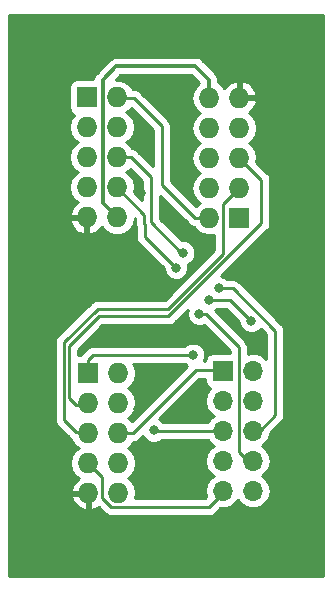
<source format=gtl>
G04 #@! TF.GenerationSoftware,KiCad,Pcbnew,5.0.2-bee76a0~70~ubuntu18.04.1*
G04 #@! TF.CreationDate,2019-12-09T23:25:50+09:00*
G04 #@! TF.ProjectId,LCD_adapter,4c43445f-6164-4617-9074-65722e6b6963,rev?*
G04 #@! TF.SameCoordinates,Original*
G04 #@! TF.FileFunction,Copper,L1,Top*
G04 #@! TF.FilePolarity,Positive*
%FSLAX46Y46*%
G04 Gerber Fmt 4.6, Leading zero omitted, Abs format (unit mm)*
G04 Created by KiCad (PCBNEW 5.0.2-bee76a0~70~ubuntu18.04.1) date Mon 09 Dec 2019 11:25:50 PM JST*
%MOMM*%
%LPD*%
G01*
G04 APERTURE LIST*
G04 #@! TA.AperFunction,ComponentPad*
%ADD10R,1.727200X1.727200*%
G04 #@! TD*
G04 #@! TA.AperFunction,ComponentPad*
%ADD11O,1.727200X1.727200*%
G04 #@! TD*
G04 #@! TA.AperFunction,ComponentPad*
%ADD12R,1.700000X1.700000*%
G04 #@! TD*
G04 #@! TA.AperFunction,ComponentPad*
%ADD13O,1.700000X1.700000*%
G04 #@! TD*
G04 #@! TA.AperFunction,ViaPad*
%ADD14C,0.800000*%
G04 #@! TD*
G04 #@! TA.AperFunction,Conductor*
%ADD15C,0.300000*%
G04 #@! TD*
G04 #@! TA.AperFunction,Conductor*
%ADD16C,0.250000*%
G04 #@! TD*
G04 #@! TA.AperFunction,Conductor*
%ADD17C,0.254000*%
G04 #@! TD*
G04 APERTURE END LIST*
D10*
G04 #@! TO.P,J2,1*
G04 #@! TO.N,BEEPER*
X89300000Y-88700000D03*
D11*
G04 #@! TO.P,J2,2*
G04 #@! TO.N,BTN_ENC*
X91840000Y-88700000D03*
G04 #@! TO.P,J2,3*
G04 #@! TO.N,LCD_EN*
X89300000Y-91240000D03*
G04 #@! TO.P,J2,4*
G04 #@! TO.N,LCD_RS*
X91840000Y-91240000D03*
G04 #@! TO.P,J2,5*
G04 #@! TO.N,LCD_D4*
X89300000Y-93780000D03*
G04 #@! TO.P,J2,6*
G04 #@! TO.N,LCD_D5*
X91840000Y-93780000D03*
G04 #@! TO.P,J2,7*
G04 #@! TO.N,LCD_D6*
X89300000Y-96320000D03*
G04 #@! TO.P,J2,8*
G04 #@! TO.N,LCD_D7*
X91840000Y-96320000D03*
G04 #@! TO.P,J2,9*
G04 #@! TO.N,GND*
X89300000Y-98860000D03*
G04 #@! TO.P,J2,10*
G04 #@! TO.N,+5V*
X91840000Y-98860000D03*
G04 #@! TD*
G04 #@! TO.P,J3,10*
G04 #@! TO.N,KILL*
X91940000Y-122210000D03*
G04 #@! TO.P,J3,9*
G04 #@! TO.N,GND*
X89400000Y-122210000D03*
G04 #@! TO.P,J3,8*
G04 #@! TO.N,EN*
X91940000Y-119670000D03*
G04 #@! TO.P,J3,7*
G04 #@! TO.N,SD_DET*
X89400000Y-119670000D03*
G04 #@! TO.P,J3,6*
G04 #@! TO.N,MOSI*
X91940000Y-117130000D03*
G04 #@! TO.P,J3,5*
G04 #@! TO.N,BTN_EN1*
X89400000Y-117130000D03*
G04 #@! TO.P,J3,4*
G04 #@! TO.N,SS*
X91940000Y-114590000D03*
G04 #@! TO.P,J3,3*
G04 #@! TO.N,BTN_EN2*
X89400000Y-114590000D03*
G04 #@! TO.P,J3,2*
G04 #@! TO.N,SCK*
X91940000Y-112050000D03*
D10*
G04 #@! TO.P,J3,1*
G04 #@! TO.N,MISO*
X89400000Y-112050000D03*
G04 #@! TD*
G04 #@! TO.P,J5,1*
G04 #@! TO.N,BEEPER*
X102200000Y-98900000D03*
D11*
G04 #@! TO.P,J5,2*
G04 #@! TO.N,BTN_ENC*
X99660000Y-98900000D03*
G04 #@! TO.P,J5,3*
G04 #@! TO.N,BTN_EN1*
X102200000Y-96360000D03*
G04 #@! TO.P,J5,4*
G04 #@! TO.N,EN*
X99660000Y-96360000D03*
G04 #@! TO.P,J5,5*
G04 #@! TO.N,BTN_EN2*
X102200000Y-93820000D03*
G04 #@! TO.P,J5,6*
G04 #@! TO.N,LCD_D4*
X99660000Y-93820000D03*
G04 #@! TO.P,J5,7*
G04 #@! TO.N,LCD_RS*
X102200000Y-91280000D03*
G04 #@! TO.P,J5,8*
G04 #@! TO.N,LCD_EN*
X99660000Y-91280000D03*
G04 #@! TO.P,J5,9*
G04 #@! TO.N,GND*
X102200000Y-88740000D03*
G04 #@! TO.P,J5,10*
G04 #@! TO.N,+5V*
X99660000Y-88740000D03*
G04 #@! TD*
D12*
G04 #@! TO.P,J6,1*
G04 #@! TO.N,MOSI*
X100800000Y-111850000D03*
D13*
G04 #@! TO.P,J6,2*
G04 #@! TO.N,N/C*
X103340000Y-111850000D03*
G04 #@! TO.P,J6,3*
G04 #@! TO.N,MISO*
X100800000Y-114390000D03*
G04 #@! TO.P,J6,4*
G04 #@! TO.N,KILL*
X103340000Y-114390000D03*
G04 #@! TO.P,J6,5*
G04 #@! TO.N,SCK*
X100800000Y-116930000D03*
G04 #@! TO.P,J6,6*
G04 #@! TO.N,LCD_D5*
X103340000Y-116930000D03*
G04 #@! TO.P,J6,7*
G04 #@! TO.N,SS*
X100800000Y-119470000D03*
G04 #@! TO.P,J6,8*
G04 #@! TO.N,LCD_D6*
X103340000Y-119470000D03*
G04 #@! TO.P,J6,9*
G04 #@! TO.N,SD_DET*
X100800000Y-122010000D03*
G04 #@! TO.P,J6,10*
G04 #@! TO.N,LCD_D7*
X103340000Y-122010000D03*
G04 #@! TD*
D14*
G04 #@! TO.N,GND*
X97550000Y-92650000D03*
X94300000Y-93100000D03*
X97550000Y-96300000D03*
X97600000Y-88150000D03*
X95150000Y-88200000D03*
X90700000Y-109100000D03*
X95900000Y-109050000D03*
X94250000Y-112100000D03*
X93650000Y-115100000D03*
X93600000Y-118250000D03*
X94800000Y-122200000D03*
X96350000Y-119750000D03*
X97450000Y-115450000D03*
X96050000Y-98750000D03*
X96400000Y-124850000D03*
X92450000Y-105550000D03*
X100850000Y-85750000D03*
X93850000Y-96800000D03*
X103050000Y-109450000D03*
G04 #@! TO.N,LCD_D5*
X97450000Y-101850000D03*
X100450000Y-104850000D03*
G04 #@! TO.N,LCD_D6*
X98800000Y-107050000D03*
G04 #@! TO.N,LCD_D7*
X96850000Y-103150000D03*
X99600000Y-105850000D03*
X103200000Y-107650000D03*
G04 #@! TO.N,SCK*
X94950000Y-116900000D03*
G04 #@! TO.N,MISO*
X98300000Y-110500000D03*
G04 #@! TD*
D15*
G04 #@! TO.N,+5V*
X99600000Y-87200000D02*
X99600000Y-88600000D01*
X98450000Y-86050000D02*
X99600000Y-87200000D01*
X90626399Y-87223601D02*
X91800000Y-86050000D01*
X91800000Y-86050000D02*
X98450000Y-86050000D01*
X90626399Y-97646399D02*
X90626399Y-87223601D01*
X91840000Y-98860000D02*
X90626399Y-97646399D01*
D16*
G04 #@! TO.N,GND*
X93650000Y-112700000D02*
X94250000Y-112100000D01*
X93650000Y-115100000D02*
X93650000Y-112700000D01*
X94850000Y-118250000D02*
X96350000Y-119750000D01*
X93600000Y-118250000D02*
X94850000Y-118250000D01*
X96350000Y-120650000D02*
X96350000Y-119750000D01*
X94800000Y-122200000D02*
X96350000Y-120650000D01*
X97550000Y-88200000D02*
X97600000Y-88150000D01*
X95150000Y-88200000D02*
X97550000Y-88200000D01*
X97600000Y-92600000D02*
X97550000Y-92650000D01*
X97600000Y-88150000D02*
X97600000Y-92600000D01*
X97550000Y-92650000D02*
X97550000Y-96300000D01*
G04 #@! TO.N,BTN_ENC*
X98438686Y-98900000D02*
X95650000Y-96111314D01*
X99660000Y-98900000D02*
X98438686Y-98900000D01*
X95650000Y-96111314D02*
X95650000Y-91150000D01*
X95650000Y-91150000D02*
X93300000Y-88800000D01*
X93300000Y-88800000D02*
X92000000Y-88800000D01*
X92000000Y-88800000D02*
X92050000Y-88800000D01*
G04 #@! TO.N,LCD_D5*
X93061314Y-93780000D02*
X94750000Y-95468686D01*
X91840000Y-93780000D02*
X93061314Y-93780000D01*
X94750000Y-95468686D02*
X94750000Y-99300000D01*
X94750000Y-99300000D02*
X97300000Y-101850000D01*
X97300000Y-101850000D02*
X97450000Y-101850000D01*
X100450000Y-104850000D02*
X101650000Y-104850000D01*
X101650000Y-104850000D02*
X105250000Y-108450000D01*
X105250000Y-108450000D02*
X105250000Y-115600000D01*
X105250000Y-115600000D02*
X104000000Y-116850000D01*
X104000000Y-116850000D02*
X103550000Y-116850000D01*
G04 #@! TO.N,LCD_D6*
X102164999Y-109849314D02*
X102164999Y-118714999D01*
X98800000Y-107050000D02*
X99365685Y-107050000D01*
X99365685Y-107050000D02*
X102164999Y-109849314D01*
X102164999Y-118714999D02*
X102850000Y-119400000D01*
X102850000Y-119400000D02*
X103400000Y-119400000D01*
G04 #@! TO.N,LCD_D7*
X91840000Y-96320000D02*
X94170000Y-98650000D01*
X94170000Y-98650000D02*
X94170000Y-99430000D01*
X94170000Y-99430000D02*
X94200000Y-99460000D01*
X94200000Y-99460000D02*
X94200000Y-100500000D01*
X94200000Y-100500000D02*
X96850000Y-103150000D01*
X99600000Y-105850000D02*
X101400000Y-105850000D01*
X101400000Y-105850000D02*
X103200000Y-107650000D01*
G04 #@! TO.N,SD_DET*
X90588601Y-122617731D02*
X91370870Y-123400000D01*
X89400000Y-119670000D02*
X90588601Y-120858601D01*
X90588601Y-120858601D02*
X90588601Y-122617731D01*
X91370870Y-123400000D02*
X99600000Y-123400000D01*
X99600000Y-123400000D02*
X100700000Y-122300000D01*
X100700000Y-122300000D02*
X101050000Y-121950000D01*
G04 #@! TO.N,MOSI*
X93161314Y-117130000D02*
X98491314Y-111800000D01*
X91940000Y-117130000D02*
X93161314Y-117130000D01*
X98491314Y-111800000D02*
X100800000Y-111800000D01*
X100800000Y-111800000D02*
X100650000Y-111800000D01*
G04 #@! TO.N,BTN_EN1*
X100848601Y-97711399D02*
X100848601Y-101951399D01*
X102200000Y-96360000D02*
X100848601Y-97711399D01*
X100848601Y-101951399D02*
X96200000Y-106600000D01*
X96200000Y-106600000D02*
X90200000Y-106600000D01*
X90200000Y-106600000D02*
X87350000Y-109450000D01*
X87350000Y-109450000D02*
X87350000Y-116000000D01*
X87350000Y-116000000D02*
X88350000Y-117000000D01*
X88350000Y-117000000D02*
X89400000Y-117000000D01*
G04 #@! TO.N,BTN_EN2*
X102200000Y-93820000D02*
X104050000Y-95670000D01*
X104050000Y-99386410D02*
X96186410Y-107250000D01*
X104050000Y-95670000D02*
X104050000Y-99386410D01*
X90300000Y-107250000D02*
X87800010Y-109749990D01*
X96186410Y-107250000D02*
X90300000Y-107250000D01*
X87800010Y-109749990D02*
X87800010Y-114150000D01*
X87800010Y-114150000D02*
X87800010Y-114150010D01*
X87800010Y-114150010D02*
X88400000Y-114750000D01*
X88400000Y-114750000D02*
X89600000Y-114750000D01*
G04 #@! TO.N,SCK*
X100800000Y-116930000D02*
X94980000Y-116930000D01*
X94980000Y-116930000D02*
X94950000Y-116900000D01*
G04 #@! TO.N,MISO*
X89836400Y-110500000D02*
X98300000Y-110500000D01*
X89400000Y-112050000D02*
X89400000Y-110936400D01*
X89400000Y-110936400D02*
X89836400Y-110500000D01*
G04 #@! TD*
D17*
G04 #@! TO.N,GND*
G36*
X109265001Y-129265000D02*
X82735000Y-129265000D01*
X82735000Y-122569026D01*
X87945042Y-122569026D01*
X88117312Y-122984947D01*
X88511510Y-123416821D01*
X89040973Y-123664968D01*
X89273000Y-123544469D01*
X89273000Y-122337000D01*
X88066183Y-122337000D01*
X87945042Y-122569026D01*
X82735000Y-122569026D01*
X82735000Y-109450000D01*
X86575112Y-109450000D01*
X86590000Y-109524847D01*
X86590001Y-115925148D01*
X86575112Y-116000000D01*
X86634097Y-116296537D01*
X86738022Y-116452071D01*
X86802072Y-116547929D01*
X86865528Y-116590329D01*
X87759671Y-117484473D01*
X87802071Y-117547929D01*
X87978640Y-117665909D01*
X87988350Y-117714725D01*
X88319570Y-118210430D01*
X88603281Y-118400000D01*
X88319570Y-118589570D01*
X87988350Y-119085275D01*
X87872041Y-119670000D01*
X87988350Y-120254725D01*
X88319570Y-120750430D01*
X88621021Y-120951854D01*
X88511510Y-121003179D01*
X88117312Y-121435053D01*
X87945042Y-121850974D01*
X88066183Y-122083000D01*
X89273000Y-122083000D01*
X89273000Y-122063000D01*
X89527000Y-122063000D01*
X89527000Y-122083000D01*
X89547000Y-122083000D01*
X89547000Y-122337000D01*
X89527000Y-122337000D01*
X89527000Y-123544469D01*
X89759027Y-123664968D01*
X90288490Y-123416821D01*
X90300133Y-123404065D01*
X90780543Y-123884475D01*
X90822941Y-123947929D01*
X90886394Y-123990327D01*
X90886396Y-123990329D01*
X91011772Y-124074102D01*
X91074333Y-124115904D01*
X91296018Y-124160000D01*
X91296022Y-124160000D01*
X91370869Y-124174888D01*
X91445716Y-124160000D01*
X99525153Y-124160000D01*
X99600000Y-124174888D01*
X99674847Y-124160000D01*
X99674852Y-124160000D01*
X99896537Y-124115904D01*
X100147929Y-123947929D01*
X100190331Y-123884470D01*
X100592069Y-123482732D01*
X100653744Y-123495000D01*
X100946256Y-123495000D01*
X101379418Y-123408839D01*
X101870625Y-123080625D01*
X102070000Y-122782239D01*
X102269375Y-123080625D01*
X102760582Y-123408839D01*
X103193744Y-123495000D01*
X103486256Y-123495000D01*
X103919418Y-123408839D01*
X104410625Y-123080625D01*
X104738839Y-122589418D01*
X104854092Y-122010000D01*
X104738839Y-121430582D01*
X104410625Y-120939375D01*
X104112239Y-120740000D01*
X104410625Y-120540625D01*
X104738839Y-120049418D01*
X104854092Y-119470000D01*
X104738839Y-118890582D01*
X104410625Y-118399375D01*
X104112239Y-118200000D01*
X104410625Y-118000625D01*
X104738839Y-117509418D01*
X104819154Y-117105648D01*
X105734473Y-116190329D01*
X105797929Y-116147929D01*
X105965904Y-115896537D01*
X106010000Y-115674852D01*
X106010000Y-115674847D01*
X106024888Y-115600000D01*
X106010000Y-115525153D01*
X106010000Y-108524848D01*
X106024888Y-108450000D01*
X106010000Y-108375152D01*
X106010000Y-108375148D01*
X105965904Y-108153463D01*
X105965904Y-108153462D01*
X105840329Y-107965527D01*
X105797929Y-107902071D01*
X105734473Y-107859671D01*
X102240331Y-104365530D01*
X102197929Y-104302071D01*
X101946537Y-104134096D01*
X101724852Y-104090000D01*
X101724847Y-104090000D01*
X101650000Y-104075112D01*
X101575153Y-104090000D01*
X101153711Y-104090000D01*
X101036280Y-103972569D01*
X100684397Y-103826815D01*
X104534473Y-99976739D01*
X104597929Y-99934339D01*
X104765904Y-99682947D01*
X104810000Y-99461262D01*
X104810000Y-99461258D01*
X104824888Y-99386410D01*
X104810000Y-99311562D01*
X104810000Y-95744846D01*
X104824888Y-95669999D01*
X104810000Y-95595152D01*
X104810000Y-95595148D01*
X104765904Y-95373463D01*
X104597929Y-95122071D01*
X104534473Y-95079671D01*
X103652775Y-94197974D01*
X103727959Y-93820000D01*
X103611650Y-93235275D01*
X103280430Y-92739570D01*
X102996719Y-92550000D01*
X103280430Y-92360430D01*
X103611650Y-91864725D01*
X103727959Y-91280000D01*
X103611650Y-90695275D01*
X103280430Y-90199570D01*
X102978979Y-89998146D01*
X103088490Y-89946821D01*
X103482688Y-89514947D01*
X103654958Y-89099026D01*
X103533817Y-88867000D01*
X102327000Y-88867000D01*
X102327000Y-88887000D01*
X102073000Y-88887000D01*
X102073000Y-88867000D01*
X102053000Y-88867000D01*
X102053000Y-88613000D01*
X102073000Y-88613000D01*
X102073000Y-87405531D01*
X102327000Y-87405531D01*
X102327000Y-88613000D01*
X103533817Y-88613000D01*
X103654958Y-88380974D01*
X103482688Y-87965053D01*
X103088490Y-87533179D01*
X102559027Y-87285032D01*
X102327000Y-87405531D01*
X102073000Y-87405531D01*
X101840973Y-87285032D01*
X101311510Y-87533179D01*
X100933037Y-87947826D01*
X100740430Y-87659570D01*
X100385000Y-87422079D01*
X100385000Y-87277312D01*
X100400378Y-87200000D01*
X100385000Y-87122688D01*
X100385000Y-87122684D01*
X100339454Y-86893708D01*
X100165953Y-86634047D01*
X100100408Y-86590251D01*
X99059749Y-85549592D01*
X99015953Y-85484047D01*
X98756292Y-85310546D01*
X98527316Y-85265000D01*
X98527312Y-85265000D01*
X98450000Y-85249622D01*
X98372688Y-85265000D01*
X91877310Y-85265000D01*
X91799999Y-85249622D01*
X91722688Y-85265000D01*
X91722684Y-85265000D01*
X91493708Y-85310546D01*
X91493706Y-85310547D01*
X91493707Y-85310547D01*
X91299591Y-85440251D01*
X91299589Y-85440253D01*
X91234047Y-85484047D01*
X91190253Y-85549589D01*
X90125989Y-86613854D01*
X90060447Y-86657648D01*
X90016653Y-86723190D01*
X90016650Y-86723193D01*
X89886945Y-86917310D01*
X89832911Y-87188960D01*
X88436400Y-87188960D01*
X88188635Y-87238243D01*
X87978591Y-87378591D01*
X87838243Y-87588635D01*
X87788960Y-87836400D01*
X87788960Y-89563600D01*
X87838243Y-89811365D01*
X87978591Y-90021409D01*
X88188635Y-90161757D01*
X88214651Y-90166932D01*
X87888350Y-90655275D01*
X87772041Y-91240000D01*
X87888350Y-91824725D01*
X88219570Y-92320430D01*
X88503281Y-92510000D01*
X88219570Y-92699570D01*
X87888350Y-93195275D01*
X87772041Y-93780000D01*
X87888350Y-94364725D01*
X88219570Y-94860430D01*
X88503281Y-95050000D01*
X88219570Y-95239570D01*
X87888350Y-95735275D01*
X87772041Y-96320000D01*
X87888350Y-96904725D01*
X88219570Y-97400430D01*
X88521021Y-97601854D01*
X88411510Y-97653179D01*
X88017312Y-98085053D01*
X87845042Y-98500974D01*
X87966183Y-98733000D01*
X89173000Y-98733000D01*
X89173000Y-98713000D01*
X89427000Y-98713000D01*
X89427000Y-98733000D01*
X89447000Y-98733000D01*
X89447000Y-98987000D01*
X89427000Y-98987000D01*
X89427000Y-100194469D01*
X89659027Y-100314968D01*
X90188490Y-100066821D01*
X90566963Y-99652174D01*
X90759570Y-99940430D01*
X91255275Y-100271650D01*
X91692402Y-100358600D01*
X91987598Y-100358600D01*
X92424725Y-100271650D01*
X92920430Y-99940430D01*
X93251650Y-99444725D01*
X93357546Y-98912348D01*
X93410000Y-98964802D01*
X93410000Y-99355153D01*
X93395112Y-99430000D01*
X93410000Y-99504847D01*
X93410000Y-99504852D01*
X93440000Y-99655670D01*
X93440001Y-100425149D01*
X93425112Y-100500000D01*
X93440001Y-100574852D01*
X93484097Y-100796537D01*
X93652072Y-101047929D01*
X93715528Y-101090329D01*
X95815000Y-103189802D01*
X95815000Y-103355874D01*
X95972569Y-103736280D01*
X96263720Y-104027431D01*
X96644126Y-104185000D01*
X97055874Y-104185000D01*
X97436280Y-104027431D01*
X97727431Y-103736280D01*
X97885000Y-103355874D01*
X97885000Y-102944126D01*
X97830541Y-102812651D01*
X98036280Y-102727431D01*
X98327431Y-102436280D01*
X98485000Y-102055874D01*
X98485000Y-101644126D01*
X98327431Y-101263720D01*
X98036280Y-100972569D01*
X97655874Y-100815000D01*
X97339802Y-100815000D01*
X95510000Y-98985199D01*
X95510000Y-97046115D01*
X97848357Y-99384473D01*
X97890757Y-99447929D01*
X98142149Y-99615904D01*
X98363834Y-99660000D01*
X98363838Y-99660000D01*
X98365715Y-99660373D01*
X98579570Y-99980430D01*
X99075275Y-100311650D01*
X99512402Y-100398600D01*
X99807598Y-100398600D01*
X100088602Y-100342705D01*
X100088602Y-101636596D01*
X95885199Y-105840000D01*
X90274848Y-105840000D01*
X90200000Y-105825112D01*
X90125152Y-105840000D01*
X90125148Y-105840000D01*
X89951605Y-105874520D01*
X89903462Y-105884096D01*
X89716418Y-106009076D01*
X89652071Y-106052071D01*
X89609671Y-106115527D01*
X86865530Y-108859669D01*
X86802071Y-108902071D01*
X86634096Y-109153464D01*
X86590000Y-109375149D01*
X86590000Y-109375153D01*
X86575112Y-109450000D01*
X82735000Y-109450000D01*
X82735000Y-99219026D01*
X87845042Y-99219026D01*
X88017312Y-99634947D01*
X88411510Y-100066821D01*
X88940973Y-100314968D01*
X89173000Y-100194469D01*
X89173000Y-98987000D01*
X87966183Y-98987000D01*
X87845042Y-99219026D01*
X82735000Y-99219026D01*
X82735000Y-81735000D01*
X109265000Y-81735000D01*
X109265001Y-129265000D01*
X109265001Y-129265000D01*
G37*
X109265001Y-129265000D02*
X82735000Y-129265000D01*
X82735000Y-122569026D01*
X87945042Y-122569026D01*
X88117312Y-122984947D01*
X88511510Y-123416821D01*
X89040973Y-123664968D01*
X89273000Y-123544469D01*
X89273000Y-122337000D01*
X88066183Y-122337000D01*
X87945042Y-122569026D01*
X82735000Y-122569026D01*
X82735000Y-109450000D01*
X86575112Y-109450000D01*
X86590000Y-109524847D01*
X86590001Y-115925148D01*
X86575112Y-116000000D01*
X86634097Y-116296537D01*
X86738022Y-116452071D01*
X86802072Y-116547929D01*
X86865528Y-116590329D01*
X87759671Y-117484473D01*
X87802071Y-117547929D01*
X87978640Y-117665909D01*
X87988350Y-117714725D01*
X88319570Y-118210430D01*
X88603281Y-118400000D01*
X88319570Y-118589570D01*
X87988350Y-119085275D01*
X87872041Y-119670000D01*
X87988350Y-120254725D01*
X88319570Y-120750430D01*
X88621021Y-120951854D01*
X88511510Y-121003179D01*
X88117312Y-121435053D01*
X87945042Y-121850974D01*
X88066183Y-122083000D01*
X89273000Y-122083000D01*
X89273000Y-122063000D01*
X89527000Y-122063000D01*
X89527000Y-122083000D01*
X89547000Y-122083000D01*
X89547000Y-122337000D01*
X89527000Y-122337000D01*
X89527000Y-123544469D01*
X89759027Y-123664968D01*
X90288490Y-123416821D01*
X90300133Y-123404065D01*
X90780543Y-123884475D01*
X90822941Y-123947929D01*
X90886394Y-123990327D01*
X90886396Y-123990329D01*
X91011772Y-124074102D01*
X91074333Y-124115904D01*
X91296018Y-124160000D01*
X91296022Y-124160000D01*
X91370869Y-124174888D01*
X91445716Y-124160000D01*
X99525153Y-124160000D01*
X99600000Y-124174888D01*
X99674847Y-124160000D01*
X99674852Y-124160000D01*
X99896537Y-124115904D01*
X100147929Y-123947929D01*
X100190331Y-123884470D01*
X100592069Y-123482732D01*
X100653744Y-123495000D01*
X100946256Y-123495000D01*
X101379418Y-123408839D01*
X101870625Y-123080625D01*
X102070000Y-122782239D01*
X102269375Y-123080625D01*
X102760582Y-123408839D01*
X103193744Y-123495000D01*
X103486256Y-123495000D01*
X103919418Y-123408839D01*
X104410625Y-123080625D01*
X104738839Y-122589418D01*
X104854092Y-122010000D01*
X104738839Y-121430582D01*
X104410625Y-120939375D01*
X104112239Y-120740000D01*
X104410625Y-120540625D01*
X104738839Y-120049418D01*
X104854092Y-119470000D01*
X104738839Y-118890582D01*
X104410625Y-118399375D01*
X104112239Y-118200000D01*
X104410625Y-118000625D01*
X104738839Y-117509418D01*
X104819154Y-117105648D01*
X105734473Y-116190329D01*
X105797929Y-116147929D01*
X105965904Y-115896537D01*
X106010000Y-115674852D01*
X106010000Y-115674847D01*
X106024888Y-115600000D01*
X106010000Y-115525153D01*
X106010000Y-108524848D01*
X106024888Y-108450000D01*
X106010000Y-108375152D01*
X106010000Y-108375148D01*
X105965904Y-108153463D01*
X105965904Y-108153462D01*
X105840329Y-107965527D01*
X105797929Y-107902071D01*
X105734473Y-107859671D01*
X102240331Y-104365530D01*
X102197929Y-104302071D01*
X101946537Y-104134096D01*
X101724852Y-104090000D01*
X101724847Y-104090000D01*
X101650000Y-104075112D01*
X101575153Y-104090000D01*
X101153711Y-104090000D01*
X101036280Y-103972569D01*
X100684397Y-103826815D01*
X104534473Y-99976739D01*
X104597929Y-99934339D01*
X104765904Y-99682947D01*
X104810000Y-99461262D01*
X104810000Y-99461258D01*
X104824888Y-99386410D01*
X104810000Y-99311562D01*
X104810000Y-95744846D01*
X104824888Y-95669999D01*
X104810000Y-95595152D01*
X104810000Y-95595148D01*
X104765904Y-95373463D01*
X104597929Y-95122071D01*
X104534473Y-95079671D01*
X103652775Y-94197974D01*
X103727959Y-93820000D01*
X103611650Y-93235275D01*
X103280430Y-92739570D01*
X102996719Y-92550000D01*
X103280430Y-92360430D01*
X103611650Y-91864725D01*
X103727959Y-91280000D01*
X103611650Y-90695275D01*
X103280430Y-90199570D01*
X102978979Y-89998146D01*
X103088490Y-89946821D01*
X103482688Y-89514947D01*
X103654958Y-89099026D01*
X103533817Y-88867000D01*
X102327000Y-88867000D01*
X102327000Y-88887000D01*
X102073000Y-88887000D01*
X102073000Y-88867000D01*
X102053000Y-88867000D01*
X102053000Y-88613000D01*
X102073000Y-88613000D01*
X102073000Y-87405531D01*
X102327000Y-87405531D01*
X102327000Y-88613000D01*
X103533817Y-88613000D01*
X103654958Y-88380974D01*
X103482688Y-87965053D01*
X103088490Y-87533179D01*
X102559027Y-87285032D01*
X102327000Y-87405531D01*
X102073000Y-87405531D01*
X101840973Y-87285032D01*
X101311510Y-87533179D01*
X100933037Y-87947826D01*
X100740430Y-87659570D01*
X100385000Y-87422079D01*
X100385000Y-87277312D01*
X100400378Y-87200000D01*
X100385000Y-87122688D01*
X100385000Y-87122684D01*
X100339454Y-86893708D01*
X100165953Y-86634047D01*
X100100408Y-86590251D01*
X99059749Y-85549592D01*
X99015953Y-85484047D01*
X98756292Y-85310546D01*
X98527316Y-85265000D01*
X98527312Y-85265000D01*
X98450000Y-85249622D01*
X98372688Y-85265000D01*
X91877310Y-85265000D01*
X91799999Y-85249622D01*
X91722688Y-85265000D01*
X91722684Y-85265000D01*
X91493708Y-85310546D01*
X91493706Y-85310547D01*
X91493707Y-85310547D01*
X91299591Y-85440251D01*
X91299589Y-85440253D01*
X91234047Y-85484047D01*
X91190253Y-85549589D01*
X90125989Y-86613854D01*
X90060447Y-86657648D01*
X90016653Y-86723190D01*
X90016650Y-86723193D01*
X89886945Y-86917310D01*
X89832911Y-87188960D01*
X88436400Y-87188960D01*
X88188635Y-87238243D01*
X87978591Y-87378591D01*
X87838243Y-87588635D01*
X87788960Y-87836400D01*
X87788960Y-89563600D01*
X87838243Y-89811365D01*
X87978591Y-90021409D01*
X88188635Y-90161757D01*
X88214651Y-90166932D01*
X87888350Y-90655275D01*
X87772041Y-91240000D01*
X87888350Y-91824725D01*
X88219570Y-92320430D01*
X88503281Y-92510000D01*
X88219570Y-92699570D01*
X87888350Y-93195275D01*
X87772041Y-93780000D01*
X87888350Y-94364725D01*
X88219570Y-94860430D01*
X88503281Y-95050000D01*
X88219570Y-95239570D01*
X87888350Y-95735275D01*
X87772041Y-96320000D01*
X87888350Y-96904725D01*
X88219570Y-97400430D01*
X88521021Y-97601854D01*
X88411510Y-97653179D01*
X88017312Y-98085053D01*
X87845042Y-98500974D01*
X87966183Y-98733000D01*
X89173000Y-98733000D01*
X89173000Y-98713000D01*
X89427000Y-98713000D01*
X89427000Y-98733000D01*
X89447000Y-98733000D01*
X89447000Y-98987000D01*
X89427000Y-98987000D01*
X89427000Y-100194469D01*
X89659027Y-100314968D01*
X90188490Y-100066821D01*
X90566963Y-99652174D01*
X90759570Y-99940430D01*
X91255275Y-100271650D01*
X91692402Y-100358600D01*
X91987598Y-100358600D01*
X92424725Y-100271650D01*
X92920430Y-99940430D01*
X93251650Y-99444725D01*
X93357546Y-98912348D01*
X93410000Y-98964802D01*
X93410000Y-99355153D01*
X93395112Y-99430000D01*
X93410000Y-99504847D01*
X93410000Y-99504852D01*
X93440000Y-99655670D01*
X93440001Y-100425149D01*
X93425112Y-100500000D01*
X93440001Y-100574852D01*
X93484097Y-100796537D01*
X93652072Y-101047929D01*
X93715528Y-101090329D01*
X95815000Y-103189802D01*
X95815000Y-103355874D01*
X95972569Y-103736280D01*
X96263720Y-104027431D01*
X96644126Y-104185000D01*
X97055874Y-104185000D01*
X97436280Y-104027431D01*
X97727431Y-103736280D01*
X97885000Y-103355874D01*
X97885000Y-102944126D01*
X97830541Y-102812651D01*
X98036280Y-102727431D01*
X98327431Y-102436280D01*
X98485000Y-102055874D01*
X98485000Y-101644126D01*
X98327431Y-101263720D01*
X98036280Y-100972569D01*
X97655874Y-100815000D01*
X97339802Y-100815000D01*
X95510000Y-98985199D01*
X95510000Y-97046115D01*
X97848357Y-99384473D01*
X97890757Y-99447929D01*
X98142149Y-99615904D01*
X98363834Y-99660000D01*
X98363838Y-99660000D01*
X98365715Y-99660373D01*
X98579570Y-99980430D01*
X99075275Y-100311650D01*
X99512402Y-100398600D01*
X99807598Y-100398600D01*
X100088602Y-100342705D01*
X100088602Y-101636596D01*
X95885199Y-105840000D01*
X90274848Y-105840000D01*
X90200000Y-105825112D01*
X90125152Y-105840000D01*
X90125148Y-105840000D01*
X89951605Y-105874520D01*
X89903462Y-105884096D01*
X89716418Y-106009076D01*
X89652071Y-106052071D01*
X89609671Y-106115527D01*
X86865530Y-108859669D01*
X86802071Y-108902071D01*
X86634096Y-109153464D01*
X86590000Y-109375149D01*
X86590000Y-109375153D01*
X86575112Y-109450000D01*
X82735000Y-109450000D01*
X82735000Y-99219026D01*
X87845042Y-99219026D01*
X88017312Y-99634947D01*
X88411510Y-100066821D01*
X88940973Y-100314968D01*
X89173000Y-100194469D01*
X89173000Y-98987000D01*
X87966183Y-98987000D01*
X87845042Y-99219026D01*
X82735000Y-99219026D01*
X82735000Y-81735000D01*
X109265000Y-81735000D01*
X109265001Y-129265000D01*
G36*
X94072569Y-117486280D02*
X94363720Y-117777431D01*
X94744126Y-117935000D01*
X95155874Y-117935000D01*
X95536280Y-117777431D01*
X95623711Y-117690000D01*
X99521822Y-117690000D01*
X99729375Y-118000625D01*
X100027761Y-118200000D01*
X99729375Y-118399375D01*
X99401161Y-118890582D01*
X99285908Y-119470000D01*
X99401161Y-120049418D01*
X99729375Y-120540625D01*
X100027761Y-120740000D01*
X99729375Y-120939375D01*
X99401161Y-121430582D01*
X99285908Y-122010000D01*
X99390314Y-122534885D01*
X99285199Y-122640000D01*
X93382427Y-122640000D01*
X93467959Y-122210000D01*
X93351650Y-121625275D01*
X93020430Y-121129570D01*
X92736719Y-120940000D01*
X93020430Y-120750430D01*
X93351650Y-120254725D01*
X93467959Y-119670000D01*
X93351650Y-119085275D01*
X93020430Y-118589570D01*
X92736719Y-118400000D01*
X93020430Y-118210430D01*
X93234286Y-117890373D01*
X93236161Y-117890000D01*
X93236166Y-117890000D01*
X93457851Y-117845904D01*
X93709243Y-117677929D01*
X93751645Y-117614470D01*
X94016119Y-117349996D01*
X94072569Y-117486280D01*
X94072569Y-117486280D01*
G37*
X94072569Y-117486280D02*
X94363720Y-117777431D01*
X94744126Y-117935000D01*
X95155874Y-117935000D01*
X95536280Y-117777431D01*
X95623711Y-117690000D01*
X99521822Y-117690000D01*
X99729375Y-118000625D01*
X100027761Y-118200000D01*
X99729375Y-118399375D01*
X99401161Y-118890582D01*
X99285908Y-119470000D01*
X99401161Y-120049418D01*
X99729375Y-120540625D01*
X100027761Y-120740000D01*
X99729375Y-120939375D01*
X99401161Y-121430582D01*
X99285908Y-122010000D01*
X99390314Y-122534885D01*
X99285199Y-122640000D01*
X93382427Y-122640000D01*
X93467959Y-122210000D01*
X93351650Y-121625275D01*
X93020430Y-121129570D01*
X92736719Y-120940000D01*
X93020430Y-120750430D01*
X93351650Y-120254725D01*
X93467959Y-119670000D01*
X93351650Y-119085275D01*
X93020430Y-118589570D01*
X92736719Y-118400000D01*
X93020430Y-118210430D01*
X93234286Y-117890373D01*
X93236161Y-117890000D01*
X93236166Y-117890000D01*
X93457851Y-117845904D01*
X93709243Y-117677929D01*
X93751645Y-117614470D01*
X94016119Y-117349996D01*
X94072569Y-117486280D01*
G36*
X99302560Y-112700000D02*
X99351843Y-112947765D01*
X99492191Y-113157809D01*
X99702235Y-113298157D01*
X99747619Y-113307184D01*
X99729375Y-113319375D01*
X99401161Y-113810582D01*
X99285908Y-114390000D01*
X99401161Y-114969418D01*
X99729375Y-115460625D01*
X100027761Y-115660000D01*
X99729375Y-115859375D01*
X99521822Y-116170000D01*
X95683711Y-116170000D01*
X95536280Y-116022569D01*
X95399997Y-115966119D01*
X98806117Y-112560000D01*
X99302560Y-112560000D01*
X99302560Y-112700000D01*
X99302560Y-112700000D01*
G37*
X99302560Y-112700000D02*
X99351843Y-112947765D01*
X99492191Y-113157809D01*
X99702235Y-113298157D01*
X99747619Y-113307184D01*
X99729375Y-113319375D01*
X99401161Y-113810582D01*
X99285908Y-114390000D01*
X99401161Y-114969418D01*
X99729375Y-115460625D01*
X100027761Y-115660000D01*
X99729375Y-115859375D01*
X99521822Y-116170000D01*
X95683711Y-116170000D01*
X95536280Y-116022569D01*
X95399997Y-115966119D01*
X98806117Y-112560000D01*
X99302560Y-112560000D01*
X99302560Y-112700000D01*
G36*
X97713720Y-111377431D02*
X97802363Y-111414148D01*
X93079115Y-116137398D01*
X93020430Y-116049570D01*
X92736719Y-115860000D01*
X93020430Y-115670430D01*
X93351650Y-115174725D01*
X93467959Y-114590000D01*
X93351650Y-114005275D01*
X93020430Y-113509570D01*
X92736719Y-113320000D01*
X93020430Y-113130430D01*
X93351650Y-112634725D01*
X93467959Y-112050000D01*
X93351650Y-111465275D01*
X93214489Y-111260000D01*
X97596289Y-111260000D01*
X97713720Y-111377431D01*
X97713720Y-111377431D01*
G37*
X97713720Y-111377431D02*
X97802363Y-111414148D01*
X93079115Y-116137398D01*
X93020430Y-116049570D01*
X92736719Y-115860000D01*
X93020430Y-115670430D01*
X93351650Y-115174725D01*
X93467959Y-114590000D01*
X93351650Y-114005275D01*
X93020430Y-113509570D01*
X92736719Y-113320000D01*
X93020430Y-113130430D01*
X93351650Y-112634725D01*
X93467959Y-112050000D01*
X93351650Y-111465275D01*
X93214489Y-111260000D01*
X97596289Y-111260000D01*
X97713720Y-111377431D01*
G36*
X97765000Y-106844126D02*
X97765000Y-107255874D01*
X97922569Y-107636280D01*
X98213720Y-107927431D01*
X98594126Y-108085000D01*
X99005874Y-108085000D01*
X99232155Y-107991271D01*
X101404999Y-110164116D01*
X101404999Y-110352560D01*
X99950000Y-110352560D01*
X99702235Y-110401843D01*
X99492191Y-110542191D01*
X99351843Y-110752235D01*
X99302560Y-111000000D01*
X99302560Y-111040000D01*
X99196601Y-111040000D01*
X99335000Y-110705874D01*
X99335000Y-110294126D01*
X99177431Y-109913720D01*
X98886280Y-109622569D01*
X98505874Y-109465000D01*
X98094126Y-109465000D01*
X97713720Y-109622569D01*
X97596289Y-109740000D01*
X89911248Y-109740000D01*
X89836400Y-109725112D01*
X89761552Y-109740000D01*
X89761548Y-109740000D01*
X89588296Y-109774462D01*
X89539862Y-109784096D01*
X89446118Y-109846734D01*
X89288471Y-109952071D01*
X89246069Y-110015530D01*
X88915528Y-110346071D01*
X88852072Y-110388471D01*
X88809672Y-110451927D01*
X88809671Y-110451928D01*
X88751518Y-110538960D01*
X88560010Y-110538960D01*
X88560010Y-110064791D01*
X90614802Y-108010000D01*
X96111563Y-108010000D01*
X96186410Y-108024888D01*
X96261257Y-108010000D01*
X96261262Y-108010000D01*
X96482947Y-107965904D01*
X96734339Y-107797929D01*
X96776741Y-107734470D01*
X97834236Y-106676975D01*
X97765000Y-106844126D01*
X97765000Y-106844126D01*
G37*
X97765000Y-106844126D02*
X97765000Y-107255874D01*
X97922569Y-107636280D01*
X98213720Y-107927431D01*
X98594126Y-108085000D01*
X99005874Y-108085000D01*
X99232155Y-107991271D01*
X101404999Y-110164116D01*
X101404999Y-110352560D01*
X99950000Y-110352560D01*
X99702235Y-110401843D01*
X99492191Y-110542191D01*
X99351843Y-110752235D01*
X99302560Y-111000000D01*
X99302560Y-111040000D01*
X99196601Y-111040000D01*
X99335000Y-110705874D01*
X99335000Y-110294126D01*
X99177431Y-109913720D01*
X98886280Y-109622569D01*
X98505874Y-109465000D01*
X98094126Y-109465000D01*
X97713720Y-109622569D01*
X97596289Y-109740000D01*
X89911248Y-109740000D01*
X89836400Y-109725112D01*
X89761552Y-109740000D01*
X89761548Y-109740000D01*
X89588296Y-109774462D01*
X89539862Y-109784096D01*
X89446118Y-109846734D01*
X89288471Y-109952071D01*
X89246069Y-110015530D01*
X88915528Y-110346071D01*
X88852072Y-110388471D01*
X88809672Y-110451927D01*
X88809671Y-110451928D01*
X88751518Y-110538960D01*
X88560010Y-110538960D01*
X88560010Y-110064791D01*
X90614802Y-108010000D01*
X96111563Y-108010000D01*
X96186410Y-108024888D01*
X96261257Y-108010000D01*
X96261262Y-108010000D01*
X96482947Y-107965904D01*
X96734339Y-107797929D01*
X96776741Y-107734470D01*
X97834236Y-106676975D01*
X97765000Y-106844126D01*
G36*
X102165000Y-107689802D02*
X102165000Y-107855874D01*
X102322569Y-108236280D01*
X102613720Y-108527431D01*
X102994126Y-108685000D01*
X103405874Y-108685000D01*
X103786280Y-108527431D01*
X104019455Y-108294256D01*
X104490000Y-108764802D01*
X104490000Y-110898169D01*
X104410625Y-110779375D01*
X103919418Y-110451161D01*
X103486256Y-110365000D01*
X103193744Y-110365000D01*
X102924999Y-110418457D01*
X102924999Y-109924162D01*
X102939887Y-109849314D01*
X102924999Y-109774466D01*
X102924999Y-109774462D01*
X102880903Y-109552777D01*
X102880903Y-109552776D01*
X102755328Y-109364841D01*
X102712928Y-109301385D01*
X102649472Y-109258985D01*
X100137940Y-106747454D01*
X100186280Y-106727431D01*
X100303711Y-106610000D01*
X101085199Y-106610000D01*
X102165000Y-107689802D01*
X102165000Y-107689802D01*
G37*
X102165000Y-107689802D02*
X102165000Y-107855874D01*
X102322569Y-108236280D01*
X102613720Y-108527431D01*
X102994126Y-108685000D01*
X103405874Y-108685000D01*
X103786280Y-108527431D01*
X104019455Y-108294256D01*
X104490000Y-108764802D01*
X104490000Y-110898169D01*
X104410625Y-110779375D01*
X103919418Y-110451161D01*
X103486256Y-110365000D01*
X103193744Y-110365000D01*
X102924999Y-110418457D01*
X102924999Y-109924162D01*
X102939887Y-109849314D01*
X102924999Y-109774466D01*
X102924999Y-109774462D01*
X102880903Y-109552777D01*
X102880903Y-109552776D01*
X102755328Y-109364841D01*
X102712928Y-109301385D01*
X102649472Y-109258985D01*
X100137940Y-106747454D01*
X100186280Y-106727431D01*
X100303711Y-106610000D01*
X101085199Y-106610000D01*
X102165000Y-107689802D01*
G36*
X98801275Y-87511432D02*
X98579570Y-87659570D01*
X98248350Y-88155275D01*
X98132041Y-88740000D01*
X98248350Y-89324725D01*
X98579570Y-89820430D01*
X98863281Y-90010000D01*
X98579570Y-90199570D01*
X98248350Y-90695275D01*
X98132041Y-91280000D01*
X98248350Y-91864725D01*
X98579570Y-92360430D01*
X98863281Y-92550000D01*
X98579570Y-92739570D01*
X98248350Y-93235275D01*
X98132041Y-93820000D01*
X98248350Y-94404725D01*
X98579570Y-94900430D01*
X98863281Y-95090000D01*
X98579570Y-95279570D01*
X98248350Y-95775275D01*
X98132041Y-96360000D01*
X98248350Y-96944725D01*
X98579570Y-97440430D01*
X98863281Y-97630000D01*
X98579570Y-97819570D01*
X98520885Y-97907398D01*
X96410000Y-95796513D01*
X96410000Y-91224847D01*
X96424888Y-91150000D01*
X96410000Y-91075153D01*
X96410000Y-91075148D01*
X96365904Y-90853463D01*
X96197929Y-90602071D01*
X96134473Y-90559671D01*
X93890331Y-88315530D01*
X93847929Y-88252071D01*
X93596537Y-88084096D01*
X93374852Y-88040000D01*
X93374847Y-88040000D01*
X93300000Y-88025112D01*
X93225153Y-88040000D01*
X93201353Y-88040000D01*
X92920430Y-87619570D01*
X92424725Y-87288350D01*
X91987598Y-87201400D01*
X91758757Y-87201400D01*
X92125158Y-86835000D01*
X98124843Y-86835000D01*
X98801275Y-87511432D01*
X98801275Y-87511432D01*
G37*
X98801275Y-87511432D02*
X98579570Y-87659570D01*
X98248350Y-88155275D01*
X98132041Y-88740000D01*
X98248350Y-89324725D01*
X98579570Y-89820430D01*
X98863281Y-90010000D01*
X98579570Y-90199570D01*
X98248350Y-90695275D01*
X98132041Y-91280000D01*
X98248350Y-91864725D01*
X98579570Y-92360430D01*
X98863281Y-92550000D01*
X98579570Y-92739570D01*
X98248350Y-93235275D01*
X98132041Y-93820000D01*
X98248350Y-94404725D01*
X98579570Y-94900430D01*
X98863281Y-95090000D01*
X98579570Y-95279570D01*
X98248350Y-95775275D01*
X98132041Y-96360000D01*
X98248350Y-96944725D01*
X98579570Y-97440430D01*
X98863281Y-97630000D01*
X98579570Y-97819570D01*
X98520885Y-97907398D01*
X96410000Y-95796513D01*
X96410000Y-91224847D01*
X96424888Y-91150000D01*
X96410000Y-91075153D01*
X96410000Y-91075148D01*
X96365904Y-90853463D01*
X96197929Y-90602071D01*
X96134473Y-90559671D01*
X93890331Y-88315530D01*
X93847929Y-88252071D01*
X93596537Y-88084096D01*
X93374852Y-88040000D01*
X93374847Y-88040000D01*
X93300000Y-88025112D01*
X93225153Y-88040000D01*
X93201353Y-88040000D01*
X92920430Y-87619570D01*
X92424725Y-87288350D01*
X91987598Y-87201400D01*
X91758757Y-87201400D01*
X92125158Y-86835000D01*
X98124843Y-86835000D01*
X98801275Y-87511432D01*
G36*
X93990000Y-95783488D02*
X93990001Y-97395199D01*
X93292775Y-96697974D01*
X93367959Y-96320000D01*
X93251650Y-95735275D01*
X92920430Y-95239570D01*
X92636719Y-95050000D01*
X92920430Y-94860430D01*
X92979115Y-94772602D01*
X93990000Y-95783488D01*
X93990000Y-95783488D01*
G37*
X93990000Y-95783488D02*
X93990001Y-97395199D01*
X93292775Y-96697974D01*
X93367959Y-96320000D01*
X93251650Y-95735275D01*
X92920430Y-95239570D01*
X92636719Y-95050000D01*
X92920430Y-94860430D01*
X92979115Y-94772602D01*
X93990000Y-95783488D01*
G36*
X94890001Y-91464803D02*
X94890000Y-94533885D01*
X93651645Y-93295530D01*
X93609243Y-93232071D01*
X93357851Y-93064096D01*
X93136166Y-93020000D01*
X93136161Y-93020000D01*
X93134286Y-93019627D01*
X92920430Y-92699570D01*
X92636719Y-92510000D01*
X92920430Y-92320430D01*
X93251650Y-91824725D01*
X93367959Y-91240000D01*
X93251650Y-90655275D01*
X92920430Y-90159570D01*
X92636719Y-89970000D01*
X92920430Y-89780430D01*
X93034665Y-89609466D01*
X94890001Y-91464803D01*
X94890001Y-91464803D01*
G37*
X94890001Y-91464803D02*
X94890000Y-94533885D01*
X93651645Y-93295530D01*
X93609243Y-93232071D01*
X93357851Y-93064096D01*
X93136166Y-93020000D01*
X93136161Y-93020000D01*
X93134286Y-93019627D01*
X92920430Y-92699570D01*
X92636719Y-92510000D01*
X92920430Y-92320430D01*
X93251650Y-91824725D01*
X93367959Y-91240000D01*
X93251650Y-90655275D01*
X92920430Y-90159570D01*
X92636719Y-89970000D01*
X92920430Y-89780430D01*
X93034665Y-89609466D01*
X94890001Y-91464803D01*
G04 #@! TD*
M02*

</source>
